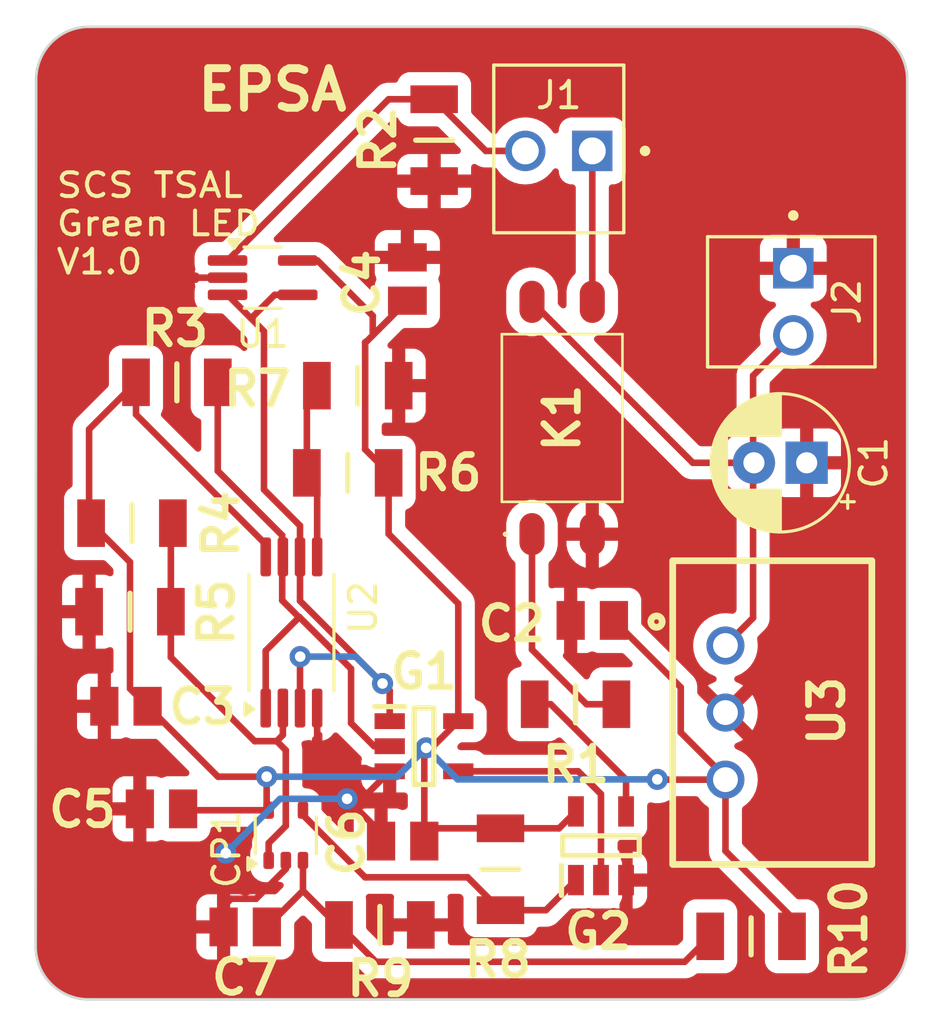
<source format=kicad_pcb>
(kicad_pcb (version 20240108) (generator "pcbnew") (generator_version "8.0")
  (layers (0 "F.Cu" signal) (31 "B.Cu" signal) (34 "B.Paste" user) (35 "F.Paste" user) (36 "B.SilkS" user "B.Silkscreen") (37 "F.SilkS" user "F.Silkscreen") (38 "B.Mask" user) (39 "F.Mask" user) (44 "Edge.Cuts" user))
  (net 0 "")
  (net 1 "+5V")
  (net 2 "/LED_On")
  (net 3 "GND")
  (net 4 "Net-(CP1--)")
  (net 5 "+12V")
  (net 6 "/Visible_check")
  (net 7 "/Raw_LED_On")
  (net 8 "/LED_Power")
  (net 9 "Net-(K1-+_CONTROL)")
  (net 10 "/0.75V")
  (net 11 "/4.25V")
  (net 12 "Net-(G1-Pad4)")
  (net 13 "/SCS_Compliance")
  (net 14 "Net-(G2-Pad4)")
  (footprint "EPSA_lib:CAPC2012X130N" (layer "F.Cu") (at 91.721478 70.827361)
    (property "Reference" "C2" (at -3.048 0.127 0) (layer "F.SilkS") (effects (font (size 1.27 1.27) (thickness 0.254))))
    (property "Value" "10n" (hide yes))
    (pad "1" smd rect (at -0.82 0) (size 1.07 1.47) (layers "F.Cu" "F.Paste" "F.Mask") (net 3 "GND"))
    (pad "2" smd rect (at 0.82 0) (size 1.07 1.47) (layers "F.Cu" "F.Paste" "F.Mask") (net 1 "+5V"))
  )
  (footprint "EPSA_lib:CAPC2012X130N" (layer "F.Cu") (at 84.533278 79.183961)
    (property "Reference" "C6" (at -2.1264 0.0508 90) (layer "F.SilkS") (effects (font (size 1.27 1.27) (thickness 0.254))))
    (property "Value" "10n" (hide yes))
    (pad "1" smd rect (at -0.82 0) (size 1.07 1.47) (layers "F.Cu" "F.Paste" "F.Mask") (net 3 "GND"))
    (pad "2" smd rect (at 0.82 0) (size 1.07 1.47) (layers "F.Cu" "F.Paste" "F.Mask") (net 1 "+5V"))
  )
  (footprint "Package_TO_SOT_SMD:SOT-353_SC-70-5" (layer "F.Cu") (at 80.103278 78.965561 90)
    (property "Reference" "CP1" (at -0.5232 -2.25 -90) (layer "F.SilkS"))
    (property "Value" "Comparator" (hide yes))
    (fp_line (start -0.71 -1.16) (end 0.7 -1.16) (stroke (width 0.12)) (layer "F.SilkS"))
    (fp_line (start -0.7 1.16) (end 0.7 1.16) (stroke (width 0.12)) (layer "F.SilkS"))
    (fp_poly (pts (xy -1.08 -1.11) (xy -1.32 -1.44) (xy -0.84 -1.44) (xy -1.08 -1.11)) (stroke (width 0.12)) (fill solid) (layer "F.SilkS"))
    (pad "1" smd roundrect (at -0.95 -0.65 90) (size 0.65 0.4) (layers "F.Cu" "F.Paste" "F.Mask") (net 10 "/0.75V"))
    (pad "2" smd roundrect (at -0.95 0 90) (size 0.65 0.4) (layers "F.Cu" "F.Paste" "F.Mask") (net 3 "GND"))
    (pad "3" smd roundrect (at -0.95 0.65 90) (size 0.65 0.4) (layers "F.Cu" "F.Paste" "F.Mask") (net 4 "Net-(CP1--)"))
    (pad "4" smd roundrect (at 0.95 0.65 90) (size 0.65 0.4) (layers "F.Cu" "F.Paste" "F.Mask") (net 6 "/Visible_check"))
    (pad "5" smd roundrect (at 0.95 -0.65 90) (size 0.65 0.4) (layers "F.Cu" "F.Paste" "F.Mask") (net 1 "+5V"))
  )
  (footprint "Package_TO_SOT_SMD:SOT-353_SC-70-5_Handsoldering" (layer "F.Cu") (at 79.224678 57.847961)
    (property "Reference" "U1" (at 0 2.1336 0) (layer "F.SilkS"))
    (property "Value" "~")
    (fp_line (start -0.71 -1.16) (end 0.7 -1.16) (stroke (width 0.12)) (layer "F.SilkS"))
    (fp_line (start -0.7 1.16) (end 0.7 1.16) (stroke (width 0.12)) (layer "F.SilkS"))
    (fp_poly (pts (xy -1.08 -1.11) (xy -1.32 -1.44) (xy -0.84 -1.44) (xy -1.08 -1.11)) (stroke (width 0.12)) (fill solid) (layer "F.SilkS"))
    (pad "1" smd roundrect (at -1.33 -0.65) (size 1.5 0.4) (layers "F.Cu" "F.Paste" "F.Mask") (net 7 "/Raw_LED_On"))
    (pad "2" smd roundrect (at -1.33 0) (size 1.5 0.4) (layers "F.Cu" "F.Paste" "F.Mask") (net 3 "GND"))
    (pad "3" smd roundrect (at -1.33 0.65) (size 1.5 0.4) (layers "F.Cu" "F.Paste" "F.Mask") (net 2 "/LED_On"))
    (pad "4" smd roundrect (at 1.33 0.65) (size 1.5 0.4) (layers "F.Cu" "F.Paste" "F.Mask") (net 2 "/LED_On"))
    (pad "5" smd roundrect (at 1.33 -0.65) (size 1.5 0.4) (layers "F.Cu" "F.Paste" "F.Mask") (net 1 "+5V"))
  )
  (footprint "EPSA_lib:MOLEX_22-11-2022" (layer "F.Cu") (at 99.341478 57.492361 -90)
    (property "Reference" "J2" (at 1.27 -2.032 90) (layer "F.SilkS"))
    (property "Value" "2P Droit 2-11-2022" (hide yes))
    (fp_line (start -1.195 3.25) (end -1.195 -3.1) (stroke (width 0.127)) (layer "F.SilkS"))
    (fp_line (start 3.735 3.25) (end -1.195 3.25) (stroke (width 0.127)) (layer "F.SilkS"))
    (fp_line (start -1.195 -3.1) (end 3.735 -3.1) (stroke (width 0.127)) (layer "F.SilkS"))
    (fp_line (start 3.735 -3.1) (end 3.735 3.25) (stroke (width 0.127)) (layer "F.SilkS"))
    (fp_circle (center -2 0) (end -1.9 0) (stroke (width 0.2)) (fill none) (layer "F.SilkS"))
    (pad "1" thru_hole rect (at 0 0 270) (size 1.53 1.53) (drill 1.02) (layers "*.Cu" "*.Mask") (net 3 "GND"))
    (pad "2" thru_hole circle (at 2.54 0 270) (size 1.53 1.53) (drill 1.02) (layers "*.Cu" "*.Mask") (net 5 "+12V"))
  )
  (footprint "EPSA_lib:CPC1394GR" (layer "F.Cu") (at 90.578478 63.162361)
    (property "Reference" "K1" (at 0 0 90) (layer "F.SilkS") (effects (font (size 1.27 1.27) (thickness 0.254))))
    (property "Value" "SSR CPC1394GR" (hide yes))
    (fp_line (start -2.286 -3.175) (end 2.286 -3.175) (stroke (width 0.1)) (layer "F.SilkS"))
    (fp_line (start -2.286 3.175) (end -2.286 -3.175) (stroke (width 0.1)) (layer "F.SilkS"))
    (fp_line (start -2.2 4.4) (end -2.2 4.4) (stroke (width 0.1)) (layer "F.SilkS"))
    (fp_line (start -2.1 4.4) (end -2.1 4.4) (stroke (width 0.1)) (layer "F.SilkS"))
    (fp_line (start 2.286 -3.175) (end 2.286 3.175) (stroke (width 0.1)) (layer "F.SilkS"))
    (fp_line (start 2.286 3.175) (end -2.286 3.175) (stroke (width 0.1)) (layer "F.SilkS"))
    (fp_arc (start -2.2 4.4) (mid -2.15 4.35) (end -2.1 4.4) (stroke (width 0.1)) (layer "F.SilkS"))
    (fp_arc (start -2.1 4.4) (mid -2.15 4.45) (end -2.2 4.4) (stroke (width 0.1)) (layer "F.SilkS"))
    (pad "1" smd oval (at -1.143 4.4) (size 0.95 1.6) (layers "F.Cu" "F.Paste" "F.Mask") (net 9 "Net-(K1-+_CONTROL)"))
    (pad "2" smd oval (at 1.143 4.4) (size 0.95 1.6) (layers "F.Cu" "F.Paste" "F.Mask") (net 3 "GND"))
    (pad "3" smd oval (at 1.143 -4.4) (size 0.95 1.6) (layers "F.Cu" "F.Paste" "F.Mask") (net 8 "/LED_Power"))
    (pad "4" smd oval (at -1.143 -4.4) (size 0.95 1.6) (layers "F.Cu" "F.Paste" "F.Mask") (net 5 "+12V"))
  )
  (footprint "EPSA_lib:MOLEX_22-11-2022" (layer "F.Cu") (at 91.721478 53.047361 180)
    (property "Reference" "J1" (at 1.27 2.1082 0) (layer "F.SilkS"))
    (property "Value" "2P Droit 2-11-2022" (hide yes))
    (fp_line (start 3.735 3.25) (end -1.195 3.25) (stroke (width 0.127)) (layer "F.SilkS"))
    (fp_line (start 3.735 -3.1) (end 3.735 3.25) (stroke (width 0.127)) (layer "F.SilkS"))
    (fp_line (start -1.195 3.25) (end -1.195 -3.1) (stroke (width 0.127)) (layer "F.SilkS"))
    (fp_line (start -1.195 -3.1) (end 3.735 -3.1) (stroke (width 0.127)) (layer "F.SilkS"))
    (fp_circle (center -2 0) (end -1.9 0) (stroke (width 0.2)) (fill none) (layer "F.SilkS"))
    (pad "1" thru_hole rect (at 0 0 180) (size 1.53 1.53) (drill 1.02) (layers "*.Cu" "*.Mask") (net 8 "/LED_Power"))
    (pad "2" thru_hole circle (at 2.54 0 180) (size 1.53 1.53) (drill 1.02) (layers "*.Cu" "*.Mask") (net 7 "/Raw_LED_On"))
  )
  (footprint "EPSA_lib:TSR-0.5-2433" (layer "F.Cu") (at 94.769478 68.567861 -90)
    (property "Reference" "U3" (at 5.6885 -5.842 90) (layer "F.SilkS") (effects (font (size 1.27 1.27) (thickness 0.254))))
    (property "Value" "Alim LP TSR_0.5-2450" (hide yes))
    (fp_line (start 0 0) (end 11.5 0) (stroke (width 0.254)) (layer "F.SilkS"))
    (fp_line (start 11.5 0) (end 11.5 -7.55) (stroke (width 0.254)) (layer "F.SilkS"))
    (fp_line (start 0 -7.55) (end 0 0) (stroke (width 0.254)) (layer "F.SilkS"))
    (fp_line (start 11.5 -7.55) (end 0 -7.55) (stroke (width 0.254)) (layer "F.SilkS"))
    (fp_circle (center 2.306 0.613) (end 2.306 0.702) (stroke (width 0.254)) (fill none) (layer "F.SilkS"))
    (pad "1" thru_hole circle (at 3.21 -2 270) (size 1.44 1.44) (drill 0.94) (layers "*.Cu" "*.Mask") (net 5 "+12V"))
    (pad "2" thru_hole circle (at 5.75 -2 270) (size 1.44 1.44) (drill 0.94) (layers "*.Cu" "*.Mask") (net 3 "GND"))
    (pad "3" thru_hole circle (at 8.29 -2 270) (size 1.44 1.44) (drill 0.94) (layers "*.Cu" "*.Mask") (net 1 "+5V"))
  )
  (footprint "EPSA_lib:CAPC2012X130N" (layer "F.Cu") (at 84.711078 57.898761 -90)
    (property "Reference" "C4" (at 0.1524 1.7272 90) (layer "F.SilkS") (effects (font (size 1.27 1.27) (thickness 0.254))))
    (property "Value" "10n" (hide yes))
    (pad "1" smd rect (at -0.82 0 270) (size 1.07 1.47) (layers "F.Cu" "F.Paste" "F.Mask") (net 3 "GND"))
    (pad "2" smd rect (at 0.82 0 270) (size 1.07 1.47) (layers "F.Cu" "F.Paste" "F.Mask") (net 1 "+5V"))
  )
  (footprint "EPSA_lib:RESC3216X70N" (layer "F.Cu") (at 75.973478 61.810361)
    (property "Reference" "R3" (at -0.0762 -2.032 0) (layer "F.SilkS") (effects (font (size 1.27 1.27) (thickness 0.254))))
    (property "Value" "10k" (hide yes))
    (fp_line (start 0 -0.7) (end 0 0.7) (stroke (width 0.2)) (layer "F.SilkS"))
    (pad "1" smd rect (at -1.55 0) (size 1.05 1.8) (layers "F.Cu" "F.Paste" "F.Mask") (net 1 "+5V"))
    (pad "2" smd rect (at 1.55 0) (size 1.05 1.8) (layers "F.Cu" "F.Paste" "F.Mask") (net 13 "/SCS_Compliance"))
  )
  (footprint "EPSA_lib:RESC3216X70N" (layer "F.Cu") (at 83.669678 82.358961)
    (property "Reference" "R9" (at 0.0254 2.032 0) (layer "F.SilkS") (effects (font (size 1.27 1.27) (thickness 0.254))))
    (property "Value" "560k" (hide yes))
    (fp_line (start 0 -0.7) (end 0 0.7) (stroke (width 0.2)) (layer "F.SilkS"))
    (pad "1" smd rect (at -1.55 0) (size 1.05 1.8) (layers "F.Cu" "F.Paste" "F.Mask") (net 4 "Net-(CP1--)"))
    (pad "2" smd rect (at 1.55 0) (size 1.05 1.8) (layers "F.Cu" "F.Paste" "F.Mask") (net 3 "GND"))
  )
  (footprint "EPSA_lib:RESC3216X70N" (layer "F.Cu") (at 74.271678 67.144361 180)
    (property "Reference" "R4" (at -3.3782 -0.0254 -90) (layer "F.SilkS") (effects (font (size 1.27 1.27) (thickness 0.254))))
    (property "Value" "82k" (hide yes))
    (fp_line (start 0 -0.7) (end 0 0.7) (stroke (width 0.2)) (layer "F.SilkS"))
    (pad "1" smd rect (at -1.55 0 180) (size 1.05 1.8) (layers "F.Cu" "F.Paste" "F.Mask") (net 10 "/0.75V"))
    (pad "2" smd rect (at 1.55 0 180) (size 1.05 1.8) (layers "F.Cu" "F.Paste" "F.Mask") (net 1 "+5V"))
  )
  (footprint "EPSA_lib:RESC3216X70N" (layer "F.Cu") (at 97.741278 82.790761 180)
    (property "Reference" "R10" (at -3.7084 0.2794 -90) (layer "F.SilkS") (effects (font (size 1.27 1.27) (thickness 0.254))))
    (property "Value" "560k" (hide yes))
    (fp_line (start 0 -0.7) (end 0 0.7) (stroke (width 0.2)) (layer "F.SilkS"))
    (pad "1" smd rect (at -1.55 0 180) (size 1.05 1.8) (layers "F.Cu" "F.Paste" "F.Mask") (net 1 "+5V"))
    (pad "2" smd rect (at 1.55 0 180) (size 1.05 1.8) (layers "F.Cu" "F.Paste" "F.Mask") (net 4 "Net-(CP1--)"))
  )
  (footprint "EPSA_lib:RESC3216X70N" (layer "F.Cu") (at 74.195478 70.497161)
    (property "Reference" "R5" (at 3.2766 0.0254 90) (layer "F.SilkS") (effects (font (size 1.27 1.27) (thickness 0.254))))
    (property "Value" "12k" (hide yes))
    (fp_line (start 0 -0.7) (end 0 0.7) (stroke (width 0.2)) (layer "F.SilkS"))
    (pad "1" smd rect (at -1.55 0) (size 1.05 1.8) (layers "F.Cu" "F.Paste" "F.Mask") (net 3 "GND"))
    (pad "2" smd rect (at 1.55 0) (size 1.05 1.8) (layers "F.Cu" "F.Paste" "F.Mask") (net 10 "/0.75V"))
  )
  (footprint "Capacitor_THT:CP_Radial_D5.0mm_P2.00mm" (layer "F.Cu") (at 99.849478 64.858361 180)
    (property "Reference" "C1" (at -2.54 0 -90) (layer "F.SilkS"))
    (property "Value" "C")
    (fp_line (start 3.601 -0.284) (end 3.601 0.284) (stroke (width 0.12)) (layer "F.SilkS"))
    (fp_line (start 3.561 -0.518) (end 3.561 0.518) (stroke (width 0.12)) (layer "F.SilkS"))
    (fp_line (start 3.521 -0.677) (end 3.521 0.677) (stroke (width 0.12)) (layer "F.SilkS"))
    (fp_line (start 3.481 -0.805) (end 3.481 0.805) (stroke (width 0.12)) (layer "F.SilkS"))
    (fp_line (start 3.441 -0.915) (end 3.441 0.915) (stroke (width 0.12)) (layer "F.SilkS"))
    (fp_line (start 3.401 -1.011) (end 3.401 1.011) (stroke (width 0.12)) (layer "F.SilkS"))
    (fp_line (start 3.361 -1.098) (end 3.361 1.098) (stroke (width 0.12)) (layer "F.SilkS"))
    (fp_line (start 3.321 -1.178) (end 3.321 1.178) (stroke (width 0.12)) (layer "F.SilkS"))
    (fp_line (start 3.281 -1.251) (end 3.281 1.251) (stroke (width 0.12)) (layer "F.SilkS"))
    (fp_line (start 3.241 -1.319) (end 3.241 1.319) (stroke (width 0.12)) (layer "F.SilkS"))
    (fp_line (start 3.201 -1.383) (end 3.201 1.383) (stroke (width 0.12)) (layer "F.SilkS"))
    (fp_line (start 3.161 -1.443) (end 3.161 1.443) (stroke (width 0.12)) (layer "F.SilkS"))
    (fp_line (start 3.121 -1.5) (end 3.121 1.5) (stroke (width 0.12)) (layer "F.SilkS"))
    (fp_line (start 3.081 -1.554) (end 3.081 1.554) (stroke (width 0.12)) (layer "F.SilkS"))
    (fp_line (start 3.041 -1.605) (end 3.041 1.605) (stroke (width 0.12)) (layer "F.SilkS"))
    (fp_line (start 3.001 1.04) (end 3.001 1.653) (stroke (width 0.12)) (layer "F.SilkS"))
    (fp_line (start 3.001 -1.653) (end 3.001 -1.04) (stroke (width 0.12)) (layer "F.SilkS"))
    (fp_line (start 2.961 1.04) (end 2.961 1.699) (stroke (width 0.12)) (layer "F.SilkS"))
    (fp_line (start 2.961 -1.699) (end 2.961 -1.04) (stroke (width 0.12)) (layer "F.SilkS"))
    (fp_line (start 2.921 1.04) (end 2.921 1.743) (stroke (width 0.12)) (layer "F.SilkS"))
    (fp_line (start 2.921 -1.743) (end 2.921 -1.04) (stroke (width 0.12)) (layer "F.SilkS"))
    (fp_line (start 2.881 1.04) (end 2.881 1.785) (stroke (width 0.12)) (layer "F.SilkS"))
    (fp_line (start 2.881 -1.785) (end 2.881 -1.04) (stroke (width 0.12)) (layer "F.SilkS"))
    (fp_line (start 2.841 1.04) (end 2.841 1.826) (stroke (width 0.12)) (layer "F.SilkS"))
    (fp_line (start 2.841 -1.826) (end 2.841 -1.04) (stroke (width 0.12)) (layer "F.SilkS"))
    (fp_line (start 2.801 1.04) (end 2.801 1.864) (stroke (width 0.12)) (layer "F.SilkS"))
    (fp_line (start 2.801 -1.864) (end 2.801 -1.04) (stroke (width 0.12)) (layer "F.SilkS"))
    (fp_line (start 2.761 1.04) (end 2.761 1.901) (stroke (width 0.12)) (layer "F.SilkS"))
    (fp_line (start 2.761 -1.901) (end 2.761 -1.04) (stroke (width 0.12)) (layer "F.SilkS"))
    (fp_line (start 2.721 1.04) (end 2.721 1.937) (stroke (width 0.12)) (layer "F.SilkS"))
    (fp_line (start 2.721 -1.937) (end 2.721 -1.04) (stroke (width 0.12)) (layer "F.SilkS"))
    (fp_line (start 2.681 1.04) (end 2.681 1.971) (stroke (width 0.12)) (layer "F.SilkS"))
    (fp_line (start 2.681 -1.971) (end 2.681 -1.04) (stroke (width 0.12)) (layer "F.SilkS"))
    (fp_line (start 2.641 1.04) (end 2.641 2.004) (stroke (width 0.12)) (layer "F.SilkS"))
    (fp_line (start 2.641 -2.004) (end 2.641 -1.04) (stroke (width 0.12)) (layer "F.SilkS"))
    (fp_line (start 2.601 1.04) (end 2.601 2.035) (stroke (width 0.12)) (layer "F.SilkS"))
    (fp_line (start 2.601 -2.035) (end 2.601 -1.04) (stroke (width 0.12)) (layer "F.SilkS"))
    (fp_line (start 2.561 1.04) (end 2.561 2.065) (stroke (width 0.12)) (layer "F.SilkS"))
    (fp_line (start 2.561 -2.065) (end 2.561 -1.04) (stroke (width 0.12)) (layer "F.SilkS"))
    (fp_line (start 2.521 1.04) (end 2.521 2.095) (stroke (width 0.12)) (layer "F.SilkS"))
    (fp_line (start 2.521 -2.095) (end 2.521 -1.04) (stroke (width 0.12)) (layer "F.SilkS"))
    (fp_line (start 2.481 1.04) (end 2.481 2.122) (stroke (width 0.12)) (layer "F.SilkS"))
    (fp_line (start 2.481 -2.122) (end 2.481 -1.04) (stroke (width 0.12)) (layer "F.SilkS"))
    (fp_line (start 2.441 1.04) (end 2.441 2.149) (stroke (width 0.12)) (layer "F.SilkS"))
    (fp_line (start 2.441 -2.149) (end 2.441 -1.04) (stroke (width 0.12)) (layer "F.SilkS"))
    (fp_line (start 2.401 1.04) (end 2.401 2.175) (stroke (width 0.12)) (layer "F.SilkS"))
    (fp_line (start 2.401 -2.175) (end 2.401 -1.04) (stroke (width 0.12)) (layer "F.SilkS"))
    (fp_line (start 2.361 1.04) (end 2.361 2.2) (stroke (width 0.12)) (layer "F.SilkS"))
    (fp_line (start 2.361 -2.2) (end 2.361 -1.04) (stroke (width 0.12)) (layer "F.SilkS"))
    (fp_line (start 2.321 1.04) (end 2.321 2.224) (stroke (width 0.12)) (layer "F.SilkS"))
    (fp_line (start 2.321 -2.224) (end 2.321 -1.04) (stroke (width 0.12)) (layer "F.SilkS"))
    (fp_line (start 2.281 1.04) (end 2.281 2.247) (stroke (width 0.12)) (layer "F.SilkS"))
    (fp_line (start 2.281 -2.247) (end 2.281 -1.04) (stroke (width 0.12)) (layer "F.SilkS"))
    (fp_line (start 2.241 1.04) (end 2.241 2.268) (stroke (width 0.12)) (layer "F.SilkS"))
    (fp_line (start 2.241 -2.268) (end 2.241 -1.04) (stroke (width 0.12)) (layer "F.SilkS"))
    (fp_line (start 2.201 1.04) (end 2.201 2.29) (stroke (width 0.12)) (layer "F.SilkS"))
    (fp_line (start 2.201 -2.29) (end 2.201 -1.04) (stroke (width 0.12)) (layer "F.SilkS"))
    (fp_line (start 2.161 1.04) (end 2.161 2.31) (stroke (width 0.12)) (layer "F.SilkS"))
    (fp_line (start 2.161 -2.31) (end 2.161 -1.04) (stroke (width 0.12)) (layer "F.SilkS"))
    (fp_line (start 2.121 1.04) (end 2.121 2.329) (stroke (width 0.12)) (layer "F.SilkS"))
    (fp_line (start 2.121 -2.329) (end 2.121 -1.04) (stroke (width 0.12)) (layer "F.SilkS"))
    (fp_line (start 2.081 1.04) (end 2.081 2.348) (stroke (width 0.12)) (layer "F.SilkS"))
    (fp_line (start 2.081 -2.348) (end 2.081 -1.04) (stroke (width 0.12)) (layer "F.SilkS"))
    (fp_line (start 2.041 1.04) (end 2.041 2.365) (stroke (width 0.12)) (layer "F.SilkS"))
    (fp_line (start 2.041 -2.365) (end 2.041 -1.04) (stroke (width 0.12)) (layer "F.SilkS"))
    (fp_line (start 2.001 1.04) (end 2.001 2.382) (stroke (width 0.12)) (layer "F.SilkS"))
    (fp_line (start 2.001 -2.382) (end 2.001 -1.04) (stroke (width 0.12)) (layer "F.SilkS"))
    (fp_line (start 1.961 1.04) (end 1.961 2.398) (stroke (width 0.12)) (layer "F.SilkS"))
    (fp_line (start 1.961 -2.398) (end 1.961 -1.04) (stroke (width 0.12)) (layer "F.SilkS"))
    (fp_line (start 1.921 1.04) (end 1.921 2.414) (stroke (width 0.12)) (layer "F.SilkS"))
    (fp_line (start 1.921 -2.414) (end 1.921 -1.04) (stroke (width 0.12)) (layer "F.SilkS"))
    (fp_line (start 1.881 1.04) (end 1.881 2.428) (stroke (width 0.12)) (layer "F.SilkS"))
    (fp_line (start 1.881 -2.428) (end 1.881 -1.04) (stroke (width 0.12)) (layer "F.SilkS"))
    (fp_line (start 1.841 1.04) (end 1.841 2.442) (stroke (width 0.12)) (layer "F.SilkS"))
    (fp_line (start 1.841 -2.442) (end 1.841 -1.04) (stroke (width 0.12)) (layer "F.SilkS"))
    (fp_line (start 1.801 1.04) (end 1.801 2.455) (stroke (width 0.12)) (layer "F.SilkS"))
    (fp_line (start 1.801 -2.455) (end 1.801 -1.04) (stroke (width 0.12)) (layer "F.SilkS"))
    (fp_line (start 1.761 1.04) (end 1.761 2.468) (stroke (width 0.12)) (layer "F.SilkS"))
    (fp_line (start 1.761 -2.468) (end 1.761 -1.04) (stroke (width 0.12)) (layer "F.SilkS"))
    (fp_line (start 1.721 1.04) (end 1.721 2.48) (stroke (width 0.12)) (layer "F.SilkS"))
    (fp_line (start 1.721 -2.48) (end 1.721 -1.04) (stroke (width 0.12)) (layer "F.SilkS"))
    (fp_line (start 1.68 1.04) (end 1.68 2.491) (stroke (width 0.12)) (layer "F.SilkS"))
    (fp_line (start 1.68 -2.491) (end 1.68 -1.04) (stroke (width 0.12)) (layer "F.SilkS"))
    (fp_line (start 1.64 1.04) (end 1.64 2.501) (stroke (width 0.12)) (layer "F.SilkS"))
    (fp_line (start 1.64 -2.501) (end 1.64 -1.04) (stroke (width 0.12)) (layer "F.SilkS"))
    (fp_line (start 1.6 1.04) (end 1.6 2.511) (stroke (width 0.12)) (layer "F.SilkS"))
    (fp_line (start 1.6 -2.511) (end 1.6 -1.04) (stroke (width 0.12)) (layer "F.SilkS"))
    (fp_line (start 1.56 1.04) (end 1.56 2.52) (stroke (width 0.12)) (layer "F.SilkS"))
    (fp_line (start 1.56 -2.52) (end 1.56 -1.04) (stroke (width 0.12)) (layer "F.SilkS"))
    (fp_line (start 1.52 1.04) (end 1.52 2.528) (stroke (width 0.12)) (layer "F.SilkS"))
    (fp_line (start 1.52 -2.528) (end 1.52 -1.04) (stroke (width 0.12)) (layer "F.SilkS"))
    (fp_line (start 1.48 1.04) (end 1.48 2.536) (stroke (width 0.12)) (layer "F.SilkS"))
    (fp_line (start 1.48 -2.536) (end 1.48 -1.04) (stroke (width 0.12)) (layer "F.SilkS"))
    (fp_line (start 1.44 1.04) (end 1.44 2.543) (stroke (width 0.12)) (layer "F.SilkS"))
    (fp_line (start 1.44 -2.543) (end 1.44 -1.04) (stroke (width 0.12)) (layer "F.SilkS"))
    (fp_line (start 1.4 1.04) (end 1.4 2.55) (stroke (width 0.12)) (layer "F.SilkS"))
    (fp_line (start 1.4 -2.55) (end 1.4 -1.04) (stroke (width 0.12)) (layer "F.SilkS"))
    (fp_line (start 1.36 1.04) (end 1.36 2.556) (stroke (width 0.12)) (layer "F.SilkS"))
    (fp_line (start 1.36 -2.556) (end 1.36 -1.04) (stroke (width 0.12)) (layer "F.SilkS"))
    (fp_line (start 1.32 1.04) (end 1.32 2.561) (stroke (width 0.12)) (layer "F.SilkS"))
    (fp_line (start 1.32 -2.561) (end 1.32 -1.04) (stroke (width 0.12)) (layer "F.SilkS"))
    (fp_line (start 1.28 1.04) (end 1.28 2.565) (stroke (width 0.12)) (layer "F.SilkS"))
    (fp_line (start 1.28 -2.565) (end 1.28 -1.04) (stroke (width 0.12)) (layer "F.SilkS"))
    (fp_line (start 1.24 1.04) (end 1.24 2.569) (stroke (width 0.12)) (layer "F.SilkS"))
    (fp_line (start 1.24 -2.569) (end 1.24 -1.04) (stroke (width 0.12)) (layer "F.SilkS"))
    (fp_line (start 1.2 1.04) (end 1.2 2.573) (stroke (width 0.12)) (layer "F.SilkS"))
    (fp_line (start 1.2 -2.573) (end 1.2 -1.04) (stroke (width 0.12)) (layer "F.SilkS"))
    (fp_line (start 1.16 1.04) (end 1.16 2.576) (stroke (width 0.12)) (layer "F.SilkS"))
    (fp_line (start 1.16 -2.576) (end 1.16 -1.04) (stroke (width 0.12)) (layer "F.SilkS"))
    (fp_line (start 1.12 1.04) (end 1.12 2.578) (stroke (width 0.12)) (layer "F.SilkS"))
    (fp_line (start 1.12 -2.578) (end 1.12 -1.04) (stroke (width 0.12)) (layer "F.SilkS"))
    (fp_line (start 1.08 1.04) (end 1.08 2.579) (stroke (width 0.12)) (layer "F.SilkS"))
    (fp_line (start 1.08 -2.579) (end 1.08 -1.04) (stroke (width 0.12)) (layer "F.SilkS"))
    (fp_line (start 1.04 1.04) (end 1.04 2.58) (stroke (width 0.12)) (layer "F.SilkS"))
    (fp_line (start 1.04 -2.58) (end 1.04 -1.04) (stroke (width 0.12)) (layer "F.SilkS"))
    (fp_line (start 1 1.04) (end 1 2.58) (stroke (width 0.12)) (layer "F.SilkS"))
    (fp_line (start 1 -2.58) (end 1 -1.04) (stroke (width 0.12)) (layer "F.SilkS"))
    (fp_line (start -1.554775 -1.725) (end -1.554775 -1.225) (stroke (width 0.12)) (layer "F.SilkS"))
    (fp_line (start -1.804775 -1.475) (end -1.304775 -1.475) (stroke (width 0.12)) (layer "F.SilkS"))
    (fp_circle (center 1 0) (end 3.62 0) (stroke (width 0.12)) (fill none) (layer "F.SilkS"))
    (pad "1" thru_hole rect (at 0 0 180) (size 1.6 1.6) (drill 0.8) (layers "*.Cu" "*.Mask") (net 3 "GND"))
    (pad "2" thru_hole circle (at 2 0 180) (size 1.6 1.6) (drill 0.8) (layers "*.Cu" "*.Mask") (net 5 "+12V"))
  )
  (footprint "Package_SO:TSSOP-8_4.4x3mm_P0.65mm" (layer "F.Cu") (at 80.316478 71.284961 90)
    (property "Reference" "U2" (at 0.9402 2.7182 -90) (layer "F.SilkS"))
    (property "Value" "Opamp_Dual" (hide yes))
    (fp_line (start 0 -1.61) (end 2.2 -1.61) (stroke (width 0.12)) (layer "F.SilkS"))
    (fp_line (start 0 -1.61) (end -2.2 -1.61) (stroke (width 0.12)) (layer "F.SilkS"))
    (fp_line (start 0 1.61) (end 2.2 1.61) (stroke (width 0.12)) (layer "F.SilkS"))
    (fp_line (start 0 1.61) (end -2.2 1.61) (stroke (width 0.12)) (layer "F.SilkS"))
    (fp_poly (pts (xy -2.9 -1.435) (xy -3.14 -1.765) (xy -2.66 -1.765) (xy -2.9 -1.435)) (stroke (width 0.12)) (fill solid) (layer "F.SilkS"))
    (pad "1" smd roundrect (at -2.8625 -0.975 90) (size 1.475 0.4) (layers "F.Cu" "F.Paste" "F.Mask") (net 13 "/SCS_Compliance"))
    (pad "2" smd roundrect (at -2.8625 -0.325 90) (size 1.475 0.4) (layers "F.Cu" "F.Paste" "F.Mask") (net 10 "/0.75V"))
    (pad "3" smd roundrect (at -2.8625 0.325 90) (size 1.475 0.4) (layers "F.Cu" "F.Paste" "F.Mask") (net 2 "/LED_On"))
    (pad "4" smd roundrect (at -2.8625 0.975 90) (size 1.475 0.4) (layers "F.Cu" "F.Paste" "F.Mask") (net 3 "GND"))
    (pad "5" smd roundrect (at 2.8625 0.975 90) (size 1.475 0.4) (layers "F.Cu" "F.Paste" "F.Mask") (net 11 "/4.25V"))
    (pad "6" smd roundrect (at 2.8625 0.325 90) (size 1.475 0.4) (layers "F.Cu" "F.Paste" "F.Mask") (net 2 "/LED_On"))
    (pad "7" smd roundrect (at 2.8625 -0.325 90) (size 1.475 0.4) (layers "F.Cu" "F.Paste" "F.Mask") (net 13 "/SCS_Compliance"))
    (pad "8" smd roundrect (at 2.8625 -0.975 90) (size 1.475 0.4) (layers "F.Cu" "F.Paste" "F.Mask") (net 1 "+5V"))
  )
  (footprint "EPSA_lib:RESC3216X70N" (layer "F.Cu") (at 82.831478 61.937361 180)
    (property "Reference" "R7" (at 3.81 -0.127 180) (layer "F.SilkS") (effects (font (size 1.27 1.27) (thickness 0.254))))
    (property "Value" "82k" (hide yes))
    (fp_line (start 0 -0.7) (end 0 0.7) (stroke (width 0.2)) (layer "F.SilkS"))
    (pad "1" smd rect (at -1.55 0 180) (size 1.05 1.8) (layers "F.Cu" "F.Paste" "F.Mask") (net 3 "GND"))
    (pad "2" smd rect (at 1.55 0 180) (size 1.05 1.8) (layers "F.Cu" "F.Paste" "F.Mask") (net 11 "/4.25V"))
  )
  (footprint "EPSA_lib:RESC3216X70N" (layer "F.Cu") (at 82.450478 65.239361)
    (property "Reference" "R6" (at 3.81 0 0) (layer "F.SilkS") (effects (font (size 1.27 1.27) (thickness 0.254))))
    (property "Value" "12k" (hide yes))
    (fp_line (start 0 -0.7) (end 0 0.7) (stroke (width 0.2)) (layer "F.SilkS"))
    (pad "1" smd rect (at -1.55 0) (size 1.05 1.8) (layers "F.Cu" "F.Paste" "F.Mask") (net 11 "/4.25V"))
    (pad "2" smd rect (at 1.55 0) (size 1.05 1.8) (layers "F.Cu" "F.Paste" "F.Mask") (net 1 "+5V"))
  )
  (footprint "EPSA_lib:RESC3216X70N" (layer "F.Cu") (at 85.727078 52.640961 -90)
    (property "Reference" "R2" (at -0.011901 2.1336 90) (layer "F.SilkS") (effects (font (size 1.27 1.27) (thickness 0.254))))
    (property "Value" "500k" (hide yes))
    (fp_line (start 0 -0.7) (end 0 0.7) (stroke (width 0.2)) (layer "F.SilkS"))
    (pad "1" smd rect (at -1.55 0 270) (size 1.05 1.8) (layers "F.Cu" "F.Paste" "F.Mask") (net 7 "/Raw_LED_On"))
    (pad "2" smd rect (at 1.55 0 270) (size 1.05 1.8) (layers "F.Cu" "F.Paste" "F.Mask") (net 3 "GND"))
  )
  (footprint "EPSA_lib:RESC3216X70N" (layer "F.Cu") (at 88.241678 80.250761 -90)
    (property "Reference" "R8" (at 3.429 0.1016 180) (layer "F.SilkS") (effects (font (size 1.27 1.27) (thickness 0.254))))
    (property "Value" "10k" (hide yes))
    (fp_line (start 0 -0.7) (end 0 0.7) (stroke (width 0.2)) (layer "F.SilkS"))
    (pad "1" smd rect (at -1.55 0 270) (size 1.05 1.8) (layers "F.Cu" "F.Paste" "F.Mask") (net 1 "+5V"))
    (pad "2" smd rect (at 1.55 0 270) (size 1.05 1.8) (layers "F.Cu" "F.Paste" "F.Mask") (net 6 "/Visible_check"))
  )
  (footprint "EPSA_lib:CAPC2012X130N" (layer "F.Cu") (at 74.043078 74.078561)
    (property "Reference" "C3" (at 2.8956 0.0254 0) (layer "F.SilkS") (effects (font (size 1.27 1.27) (thickness 0.254))))
    (property "Value" "10n" (hide yes))
    (pad "1" smd rect (at -0.82 0) (size 1.07 1.47) (layers "F.Cu" "F.Paste" "F.Mask") (net 3 "GND"))
    (pad "2" smd rect (at 0.82 0) (size 1.07 1.47) (layers "F.Cu" "F.Paste" "F.Mask") (net 1 "+5V"))
  )
  (footprint "EPSA_lib:CAPC2012X130N" (layer "F.Cu") (at 75.389278 77.964761)
    (property "Reference" "C5" (at -2.9972 0.0254 0) (layer "F.SilkS") (effects (font (size 1.27 1.27) (thickness 0.254))))
    (property "Value" "10n" (hide yes))
    (pad "1" smd rect (at -0.82 0) (size 1.07 1.47) (layers "F.Cu" "F.Paste" "F.Mask") (net 3 "GND"))
    (pad "2" smd rect (at 0.82 0) (size 1.07 1.47) (layers "F.Cu" "F.Paste" "F.Mask") (net 1 "+5V"))
  )
  (footprint "EPSA_lib:RESC3216X70N" (layer "F.Cu") (at 91.086478 74.002361 180)
    (property "Reference" "R1" (at -0.011901 -2.286 180) (layer "F.SilkS") (effects (font (size 1.27 1.27) (thickness 0.254))))
    (property "Value" "2k2" (hide yes))
    (fp_line (start 0 -0.7) (end 0 0.7) (stroke (width 0.2)) (layer "F.SilkS"))
    (pad "1" smd rect (at -1.55 0 180) (size 1.05 1.8) (layers "F.Cu" "F.Paste" "F.Mask") (net 9 "Net-(K1-+_CONTROL)"))
    (pad "2" smd rect (at 1.55 0 180) (size 1.05 1.8) (layers "F.Cu" "F.Paste" "F.Mask") (net 14 "Net-(G2-Pad4)"))
  )
  (footprint "EPSA_lib:CAPC2012X130N" (layer "F.Cu") (at 78.564278 82.435161)
    (property "Reference" "C7" (at 0 1.905 0) (layer "F.SilkS") (effects (font (size 1.27 1.27) (thickness 0.254))))
    (property "Value" "22u" (hide yes))
    (pad "1" smd rect (at -0.82 0) (size 1.07 1.47) (layers "F.Cu" "F.Paste" "F.Mask") (net 3 "GND"))
    (pad "2" smd rect (at 0.82 0) (size 1.07 1.47) (layers "F.Cu" "F.Paste" "F.Mask") (net 4 "Net-(CP1--)"))
  )
  (footprint "EPSA_lib:SOT95P280X145-5N" (layer "F.Cu") (at 92.051678 79.361761 90)
    (property "Reference" "G2" (at -3.2512 -0.1016 0) (layer "F.SilkS") (effects (font (size 1.27 1.27) (thickness 0.254))))
    (property "Value" "Gate OR SN74AHCT1G32DBVR" (hide yes))
    (fp_line (start -1.875 -1.5) (end -0.725 -1.5) (stroke (width 0.2)) (layer "F.SilkS"))
    (fp_line (start 0.375 -1.45) (end 0.375 1.45) (stroke (width 0.2)) (layer "F.SilkS"))
    (fp_line (start -0.375 -1.45) (end 0.375 -1.45) (stroke (width 0.2)) (layer "F.SilkS"))
    (fp_line (start 0.375 1.45) (end -0.375 1.45) (stroke (width 0.2)) (layer "F.SilkS"))
    (fp_line (start -0.375 1.45) (end -0.375 -1.45) (stroke (width 0.2)) (layer "F.SilkS"))
    (pad "1" smd rect (at -1.3 -0.95 180) (size 0.6 1.15) (layers "F.Cu" "F.Paste" "F.Mask") (net 6 "/Visible_check"))
    (pad "2" smd rect (at -1.3 0 180) (size 0.6 1.15) (layers "F.Cu" "F.Paste" "F.Mask") (net 12 "Net-(G1-Pad4)"))
    (pad "3" smd rect (at -1.3 0.95 180) (size 0.6 1.15) (layers "F.Cu" "F.Paste" "F.Mask") (net 3 "GND"))
    (pad "4" smd rect (at 1.3 0.95 180) (size 0.6 1.15) (layers "F.Cu" "F.Paste" "F.Mask") (net 14 "Net-(G2-Pad4)"))
    (pad "5" smd rect (at 1.3 -0.95 180) (size 0.6 1.15) (layers "F.Cu" "F.Paste" "F.Mask") (net 1 "+5V"))
  )
  (footprint "EPSA_lib:SOT95P280X145-5N" (layer "F.Cu") (at 85.341478 75.592361)
    (property "Reference" "G1" (at 0 -2.821039 0) (layer "F.SilkS") (effects (font (size 1.27 1.27) (thickness 0.254))))
    (property "Value" "Gate AND SN74AHCT1G08DBVR" (hide yes))
    (fp_line (start -1.875 -1.5) (end -0.725 -1.5) (stroke (width 0.2)) (layer "F.SilkS"))
    (fp_line (start -0.375 -1.45) (end 0.375 -1.45) (stroke (width 0.2)) (layer "F.SilkS"))
    (fp_line (start -0.375 1.45) (end -0.375 -1.45) (stroke (width 0.2)) (layer "F.SilkS"))
    (fp_line (start 0.375 -1.45) (end 0.375 1.45) (stroke (width 0.2)) (layer "F.SilkS"))
    (fp_line (start 0.375 1.45) (end -0.375 1.45) (stroke (width 0.2)) (layer "F.SilkS"))
    (pad "1" smd rect (at -1.3 -0.95 90) (size 0.6 1.15) (layers "F.Cu" "F.Paste" "F.Mask") (net 2 "/LED_On"))
    (pad "2" smd rect (at -1.3 0 90) (size 0.6 1.15) (layers "F.Cu" "F.Paste" "F.Mask") (net 13 "/SCS_Compliance"))
    (pad "3" smd rect (at -1.3 0.95 90) (size 0.6 1.15) (layers "F.Cu" "F.Paste" "F.Mask") (net 3 "GND"))
    (pad "4" smd rect (at 1.3 0.95 90) (size 0.6 1.15) (layers "F.Cu" "F.Paste" "F.Mask") (net 12 "Net-(G1-Pad4)"))
    (pad "5" smd rect (at 1.3 -0.95 90) (size 0.6 1.15) (layers "F.Cu" "F.Paste" "F.Mask") (net 1 "+5V"))
  )
  (gr_line (start 70.620678 83.178361) (end 70.639478 50.348361) (stroke (width 0.1)) (layer "Edge.Cuts"))
  (gr_line (start 103.659478 50.348361) (end 103.659478 83.178361) (stroke (width 0.1)) (layer "Edge.Cuts"))
  (gr_line (start 72.639478 48.348361) (end 101.659478 48.348361) (stroke (width 0.1)) (layer "Edge.Cuts"))
  (gr_arc (start 70.639478 50.348361) (mid 71.225264 48.934146) (end 72.639478 48.348361) (stroke (width 0.1)) (layer "Edge.Cuts"))
  (gr_line (start 101.659478 85.178361) (end 72.620678 85.178361) (stroke (width 0.1)) (layer "Edge.Cuts"))
  (gr_arc (start 103.659478 83.178361) (mid 103.073691 84.592573) (end 101.659478 85.178361) (stroke (width 0.1)) (layer "Edge.Cuts"))
  (gr_arc (start 101.659478 48.348361) (mid 103.07372 48.934137) (end 103.659478 50.348361) (stroke (width 0.1)) (layer "Edge.Cuts"))
  (gr_arc (start 72.620678 85.178361) (mid 71.206465 84.592574) (end 70.620678 83.178361) (stroke (width 0.1)) (layer "Edge.Cuts"))
  (gr_text "SCS TSAL\nGreen LED\nV1.0" (at 71.325278 57.771761 0) (layer "F.SilkS") (effects (font (size 0.9 1)) (justify left bottom)))
  (gr_text "EPSA" (at 76.6064 51.6128 0) (layer "F.SilkS") (effects (font (size 1.5 1.5) (thickness 0.3) (bold yes)) (justify left bottom)))
  (segment (start 84.000478 65.239361) (end 84.000478 67.551361) (width 0.25) (layer "F.Cu") (net 1))
  (segment (start 85.422278 75.653361) (end 85.630478 75.653361) (width 0.25) (layer "F.Cu") (net 1))
  (segment (start 88.063278 78.879161) (end 88.241678 78.700761) (width 0.25) (layer "F.Cu") (net 1))
  (segment (start 72.721678 67.144361) (end 72.645478 67.068161) (width 0.25) (layer "F.Cu") (net 1))
  (segment (start 80.554678 57.197961) (end 81.304677 57.197961) (width 0.25) (layer "F.Cu") (net 1))
  (segment (start 83.111478 60.318361) (end 84.711078 58.718761) (width 0.25) (layer "F.Cu") (net 1))
  (segment (start 81.304677 57.197961) (end 83.39892 59.292204) (width 0.25) (layer "F.Cu") (net 1))
  (segment (start 90.462678 78.700761) (end 91.101678 78.061761) (width 0.25) (layer "F.Cu") (net 1))
  (segment (start 85.422278 75.653361) (end 85.607278 75.838361) (width 0.25) (layer "F.Cu") (net 1))
  (segment (start 96.769478 76.857861) (end 96.769478 79.557761) (width 0.25) (layer "F.Cu") (net 1))
  (segment (start 72.645478 67.068161) (end 72.645478 63.588361) (width 0.25) (layer "F.Cu") (net 1))
  (segment (start 96.769478 79.557761) (end 99.342078 82.130361) (width 0.25) (layer "F.Cu") (net 1))
  (segment (start 74.195478 73.410961) (end 74.863078 74.078561) (width 0.25) (layer "F.Cu") (net 1))
  (segment (start 95.074278 75.069161) (end 95.074278 73.360161) (width 0.25) (layer "F.Cu") (net 1))
  (segment (start 85.422278 75.653361) (end 85.353278 75.722361) (width 0.25) (layer "F.Cu") (net 1))
  (segment (start 79.316478 67.921961) (end 79.316478 68.345861) (width 0.25) (layer "F.Cu") (net 1))
  (segment (start 85.630478 75.653361) (end 86.641478 74.642361) (width 0.25) (layer "F.Cu") (net 1))
  (segment (start 74.423478 61.810361) (end 74.423478 63.028961) (width 0.25) (layer "F.Cu") (net 1))
  (segment (start 72.645478 63.588361) (end 74.423478 61.810361) (width 0.25) (layer "F.Cu") (net 1))
  (segment (start 85.353278 75.722361) (end 85.353278 79.183961) (width 0.25) (layer "F.Cu") (net 1))
  (segment (start 79.377078 77.939361) (end 79.453278 78.015561) (width 0.25) (layer "F.Cu") (net 1))
  (segment (start 88.241678 78.700761) (end 90.462678 78.700761) (width 0.25) (layer "F.Cu") (net 1))
  (segment (start 88.241678 78.700761) (end 85.836478 78.700761) (width 0.25) (layer "F.Cu") (net 1))
  (segment (start 94.195978 76.857861) (end 96.769478 76.857861) (width 0.25) (layer "F.Cu") (net 1))
  (segment (start 96.769478 76.764361) (end 95.074278 75.069161) (width 0.25) (layer "F.Cu") (net 1))
  (segment (start 79.453278 78.015561) (end 76.260078 78.015561) (width 0.25) (layer "F.Cu") (net 1))
  (segment (start 79.377078 76.745561) (end 77.530078 76.745561) (width 0.25) (layer "F.Cu") (net 1))
  (segment (start 72.721678 67.144361) (end 74.195478 68.618161) (width 0.25) (layer "F.Cu") (net 1))
  (segment (start 86.641478 70.192361) (end 86.641478 74.642361) (width 0.25) (layer "F.Cu") (net 1))
  (segment (start 74.195478 68.618161) (end 74.195478 73.410961) (width 0.25) (layer "F.Cu") (net 1))
  (segment (start 84.000478 65.239361) (end 83.111478 64.350361) (width 0.25) (layer "F.Cu") (net 1))
  (segment (start 76.260078 78.015561) (end 76.209278 77.964761) (width 0.25) (layer "F.Cu") (net 1))
  (segment (start 79.377078 76.745561) (end 79.377078 77.939361) (width 0.25) (layer "F.Cu") (net 1))
  (segment (start 83.111478 60.286961) (end 83.111478 60.318361) (width 0.25) (layer "F.Cu") (net 1))
  (segment (start 77.530078 76.745561) (end 74.863078 74.078561) (width 0.25) (layer "F.Cu") (net 1))
  (segment (start 74.423478 63.028961) (end 79.316478 67.921961) (width 0.25) (layer "F.Cu") (net 1))
  (segment (start 83.39892 59.292204) (end 83.39892 60.03092) (width 0.25) (layer "F.Cu") (net 1))
  (segment (start 95.074278 73.360161) (end 92.541478 70.827361) (width 0.25) (layer "F.Cu") (net 1))
  (segment (start 96.769478 76.857861) (end 96.769478 76.764361) (width 0.25) (layer "F.Cu") (net 1))
  (segment (start 83.111478 64.350361) (end 83.111478 60.318361) (width 0.25) (layer "F.Cu") (net 1))
  (segment (start 85.836478 78.700761) (end 85.353278 79.183961) (width 0.25) (layer "F.Cu") (net 1))
  (segment (start 84.000478 67.551361) (end 86.641478 70.192361) (width 0.25) (layer "F.Cu") (net 1))
  (segment (start 94.185278 76.847161) (end 94.195978 76.857861) (width 0.25) (layer "F.Cu") (net 1))
  (via (at 94.185278 76.847161) (size 0.8) (drill 0.4) (layers "F.Cu" "B.Cu") (net 1))
  (via (at 85.422278 75.653361) (size 0.8) (drill 0.4) (layers "F.Cu" "B.Cu") (net 1))
  (via (at 79.377078 76.745561) (size 0.8) (drill 0.4) (layers "F.Cu" "B.Cu") (net 1))
  (segment (start 84.330078 76.745561) (end 85.422278 75.653361) (width 0.25) (layer "B.Cu") (net 1))
  (segment (start 86.616078 76.847161) (end 85.422278 75.653361) (width 0.25) (layer "B.Cu") (net 1))
  (segment (start 94.185278 76.847161) (end 86.616078 76.847161) (width 0.25) (layer "B.Cu") (net 1))
  (segment (start 79.377078 76.745561) (end 84.330078 76.745561) (width 0.25) (layer "B.Cu") (net 1))
  (segment (start 78.786359 59.389641) (end 77.894678 58.497961) (width 0.25) (layer "F.Cu") (net 2))
  (segment (start 79.275478 59.878761) (end 78.786359 59.389641) (width 0.25) (layer "F.Cu") (net 2))
  (segment (start 77.894678 58.497961) (end 77.894678 58.499161) (width 0.25) (layer "F.Cu") (net 2))
  (segment (start 78.786359 59.389641) (end 79.678039 58.497961) (width 0.25) (layer "F.Cu") (net 2))
  (segment (start 80.641478 70.088965) (end 80.641478 68.422461) (width 0.25) (layer "F.Cu") (net 2))
  (segment (start 80.641478 68.422461) (end 80.641478 67.240361) (width 0.25) (layer "F.Cu") (net 2))
  (segment (start 79.275478 65.874361) (end 79.275478 59.878761) (width 0.25) (layer "F.Cu") (net 2))
  (segment (start 80.647078 72.198961) (end 80.641478 72.204561) (width 0.25) (layer "F.Cu") (net 2))
  (segment (start 84.041478 73.488965) (end 84.041478 74.642361) (width 0.25) (layer "F.Cu") (net 2))
  (segment (start 83.769376 73.216863) (end 84.041478 73.488965) (width 0.25) (layer "F.Cu") (net 2))
  (segment (start 80.641478 67.240361) (end 79.275478 65.874361) (width 0.25) (layer "F.Cu") (net 2))
  (segment (start 79.678039 58.497961) (end 80.554678 58.497961) (width 0.25) (layer "F.Cu") (net 2))
  (segment (start 80.641478 72.204561) (end 80.641478 74.147461) (width 0.25) (layer "F.Cu") (net 2))
  (segment (start 83.769376 73.216863) (end 80.641478 70.088965) (width 0.25) (layer "F.Cu") (net 2))
  (via (at 80.647078 72.198961) (size 0.8) (drill 0.4) (layers "F.Cu" "B.Cu") (net 2))
  (via (at 83.769376 73.216863) (size 0.8) (drill 0.4) (layers "F.Cu" "B.Cu") (net 2))
  (segment (start 82.751474 72.198961) (end 80.647078 72.198961) (width 0.25) (layer "B.Cu") (net 2))
  (segment (start 83.769376 73.216863) (end 82.751474 72.198961) (width 0.25) (layer "B.Cu") (net 2))
  (segment (start 83.713278 79.183961) (end 83.713278 78.871961) (width 0.25) (layer "F.Cu") (net 3))
  (segment (start 83.000078 77.583761) (end 84.041478 76.542361) (width 0.25) (layer "F.Cu") (net 3))
  (segment (start 82.425078 77.583761) (end 83.000078 77.583761) (width 0.25) (layer "F.Cu") (net 3))
  (segment (start 82.425078 77.583761) (end 82.425078 76.974161) (width 0.25) (layer "F.Cu") (net 3))
  (segment (start 83.713278 78.871961) (end 82.425078 77.583761) (width 0.25) (layer "F.Cu") (net 3))
  (segment (start 81.291478 75.840561) (end 81.291478 74.147461) (width 0.25) (layer "F.Cu") (net 3))
  (segment (start 77.894678 57.847961) (end 76.264039 57.847961) (width 0.25) (layer "F.Cu") (net 3))
  (segment (start 78.030878 81.368361) (end 77.744278 81.654961) (width 0.25) (layer "F.Cu") (net 3))
  (segment (start 78.975477 81.368361) (end 78.030878 81.368361) (width 0.25) (layer "F.Cu") (net 3))
  (segment (start 80.103278 80.24056) (end 78.975477 81.368361) (width 0.25) (layer "F.Cu") (net 3))
  (segment (start 80.103278 79.915561) (end 80.103278 80.24056) (width 0.25) (layer "F.Cu") (net 3))
  (segment (start 84.041478 78.855761) (end 83.713278 79.183961) (width 0.25) (layer "F.Cu") (net 3))
  (segment (start 77.744278 81.654961) (end 77.744278 82.435161) (width 0.25) (layer "F.Cu") (net 3))
  (segment (start 82.425078 76.974161) (end 81.291478 75.840561) (width 0.25) (layer "F.Cu") (net 3))
  (via (at 77.827678 79.641161) (size 0.8) (drill 0.4) (layers "F.Cu" "B.Cu") (net 3))
  (via (at 82.425078 77.583761) (size 0.8) (drill 0.4) (layers "F.Cu" "B.Cu") (net 3))
  (segment (start 79.885078 77.583761) (end 77.827678 79.641161) (width 0.25) (layer "B.Cu") (net 3))
  (segment (start 82.425078 77.583761) (end 79.885078 77.583761) (width 0.25) (layer "B.Cu") (net 3))
  (segment (start 82.119678 82.358961) (end 83.516678 83.755961) (width 0.25) (layer "F.Cu") (net 4))
  (segment (start 82.119678 82.358961) (end 82.046078 82.358961) (width 0.25) (layer "F.Cu") (net 4))
  (segment (start 82.046078 82.358961) (end 80.753278 81.066161) (width 0.25) (layer "F.Cu") (net 4))
  (segment (start 80.753278 81.066161) (end 80.753278 79.915561) (width 0.25) (layer "F.Cu") (net 4))
  (segment (start 95.226078 83.755961) (end 96.191278 82.790761) (width 0.25) (layer "F.Cu") (net 4))
  (segment (start 79.384278 82.435161) (end 80.753278 81.066161) (width 0.25) (layer "F.Cu") (net 4))
  (segment (start 83.516678 83.755961) (end 95.226078 83.755961) (width 0.25) (layer "F.Cu") (net 4))
  (segment (start 96.769478 71.777861) (end 97.817478 70.729861) (width 0.25) (layer "F.Cu") (net 5))
  (segment (start 97.817478 61.556361) (end 99.341478 60.032361) (width 0.25) (layer "F.Cu") (net 5))
  (segment (start 97.849478 64.858361) (end 97.817478 64.826361) (width 0.25) (layer "F.Cu") (net 5))
  (segment (start 97.817478 64.890361) (end 97.849478 64.858361) (width 0.25) (layer "F.Cu") (net 5))
  (segment (start 97.817478 64.826361) (end 97.817478 61.556361) (width 0.25) (layer "F.Cu") (net 5))
  (segment (start 95.531478 64.858361) (end 97.849478 64.858361) (width 0.25) (layer "F.Cu") (net 5))
  (segment (start 97.817478 70.729861) (end 97.817478 64.890361) (width 0.25) (layer "F.Cu") (net 5))
  (segment (start 89.435478 58.762361) (end 95.531478 64.858361) (width 0.25) (layer "F.Cu") (net 5))
  (segment (start 80.753278 78.015561) (end 80.753278 78.197961) (width 0.25) (layer "F.Cu") (net 6))
  (segment (start 88.241678 81.800761) (end 89.962678 81.800761) (width 0.25) (layer "F.Cu") (net 6))
  (segment (start 83.110878 80.555561) (end 86.996478 80.555561) (width 0.25) (layer "F.Cu") (net 6))
  (segment (start 80.753278 78.197961) (end 83.110878 80.555561) (width 0.25) (layer "F.Cu") (net 6))
  (segment (start 86.996478 80.555561) (end 88.241678 81.800761) (width 0.25) (layer "F.Cu") (net 6))
  (segment (start 89.962678 81.800761) (end 91.101678 80.661761) (width 0.25) (layer "F.Cu") (net 6))
  (segment (start 77.894678 57.197961) (end 84.001678 51.090961) (width 0.25) (layer "F.Cu") (net 7))
  (segment (start 89.181478 53.047361) (end 87.683478 53.047361) (width 0.25) (layer "F.Cu") (net 7))
  (segment (start 87.683478 53.047361) (end 85.727078 51.090961) (width 0.25) (layer "F.Cu") (net 7))
  (segment (start 85.727078 51.090961) (end 84.001678 51.090961) (width 0.25) (layer "F.Cu") (net 7))
  (segment (start 91.721478 53.047361) (end 91.721478 58.762361) (width 0.25) (layer "F.Cu") (net 8))
  (segment (start 92.636478 74.002361) (end 91.504778 74.002361) (width 0.25) (layer "F.Cu") (net 9))
  (segment (start 89.435478 71.933061) (end 89.435478 67.562361) (width 0.25) (layer "F.Cu") (net 9))
  (segment (start 91.504778 74.002361) (end 89.435478 71.933061) (width 0.25) (layer "F.Cu") (net 9))
  (segment (start 79.758078 75.399361) (end 79.991478 75.165961) (width 0.25) (layer "F.Cu") (net 10))
  (segment (start 75.745478 72.224961) (end 78.919878 75.399361) (width 0.25) (layer "F.Cu") (net 10))
  (segment (start 75.745478 70.497161) (end 75.745478 72.224961) (width 0.25) (layer "F.Cu") (net 10))
  (segment (start 80.102078 78.611361) (end 80.102078 75.743361) (width 0.25) (layer "F.Cu") (net 10))
  (segment (start 78.919878 75.399361) (end 79.758078 75.399361) (width 0.25) (layer "F.Cu") (net 10))
  (segment (start 75.745478 67.220561) (end 75.745478 70.497161) (width 0.25) (layer "F.Cu") (net 10))
  (segment (start 79.991478 75.165961) (end 79.991478 74.147461) (width 0.25) (layer "F.Cu") (net 10))
  (segment (start 75.821678 67.144361) (end 75.745478 67.220561) (width 0.25) (layer "F.Cu") (net 10))
  (segment (start 79.453278 79.915561) (end 79.453278 79.260161) (width 0.25) (layer "F.Cu") (net 10))
  (segment (start 79.453278 79.260161) (end 80.102078 78.611361) (width 0.25) (layer "F.Cu") (net 10))
  (segment (start 80.102078 75.743361) (end 79.758078 75.399361) (width 0.25) (layer "F.Cu") (net 10))
  (segment (start 80.900478 62.318361) (end 80.900478 65.239361) (width 0.25) (layer "F.Cu") (net 11))
  (segment (start 81.291478 65.630361) (end 81.291478 68.422461) (width 0.25) (layer "F.Cu") (net 11))
  (segment (start 80.900478 65.239361) (end 81.291478 65.630361) (width 0.25) (layer "F.Cu") (net 11))
  (segment (start 81.281478 61.937361) (end 80.900478 62.318361) (width 0.25) (layer "F.Cu") (net 11))
  (segment (start 86.641478 76.542361) (end 91.188078 76.542361) (width 0.25) (layer "F.Cu") (net 12))
  (segment (start 91.188078 76.542361) (end 92.051678 77.405961) (width 0.25) (layer "F.Cu") (net 12))
  (segment (start 92.051678 77.405961) (end 92.051678 80.661761) (width 0.25) (layer "F.Cu") (net 12))
  (segment (start 79.966478 70.070561) (end 80.596278 70.700361) (width 0.25) (layer "F.Cu") (net 13))
  (segment (start 82.577478 72.661361) (end 82.577478 74.719955) (width 0.25) (layer "F.Cu") (net 13))
  (segment (start 83.449884 75.592361) (end 84.041478 75.592361) (width 0.25) (layer "F.Cu") (net 13))
  (segment (start 82.577478 74.719955) (end 83.449884 75.592361) (width 0.25) (layer "F.Cu") (net 13))
  (segment (start 77.523478 61.810361) (end 77.523478 65.165362) (width 0.25) (layer "F.Cu") (net 13))
  (segment (start 80.596278 70.700361) (end 80.616478 70.700361) (width 0.25) (layer "F.Cu") (net 13))
  (segment (start 79.341478 71.975361) (end 79.341478 74.147461) (width 0.25) (layer "F.Cu") (net 13))
  (segment (start 80.616478 70.700361) (end 79.341478 71.975361) (width 0.25) (layer "F.Cu") (net 13))
  (segment (start 80.616478 70.700361) (end 82.577478 72.661361) (width 0.25) (layer "F.Cu") (net 13))
  (segment (start 77.523478 65.165362) (end 79.966478 67.608362) (width 0.25) (layer "F.Cu") (net 13))
  (segment (start 79.966478 67.608362) (end 79.966478 70.070561) (width 0.25) (layer "F.Cu") (net 13))
  (segment (start 90.146678 74.002361) (end 89.536478 74.002361) (width 0.25) (layer "F.Cu") (net 14))
  (segment (start 93.001678 78.061761) (end 93.001678 76.857361) (width 0.25) (layer "F.Cu") (net 14))
  (segment (start 93.001678 76.857361) (end 90.146678 74.002361) (width 0.25) (layer "F.Cu") (net 14))
  (zone (net 3) (net_name "GND") (layer "F.Cu") (connect_pads (clearance 0.5)) (min_thickness 0.25) (fill yes (thermal_gap 0.5) (thermal_bridge_width 0.5))
    (polygon (pts (xy 69.369478 47.586361) (xy 69.267878 86.118161) (xy 104.573878 86.118161) (xy 104.675478 47.332361)))
  )
)
</source>
